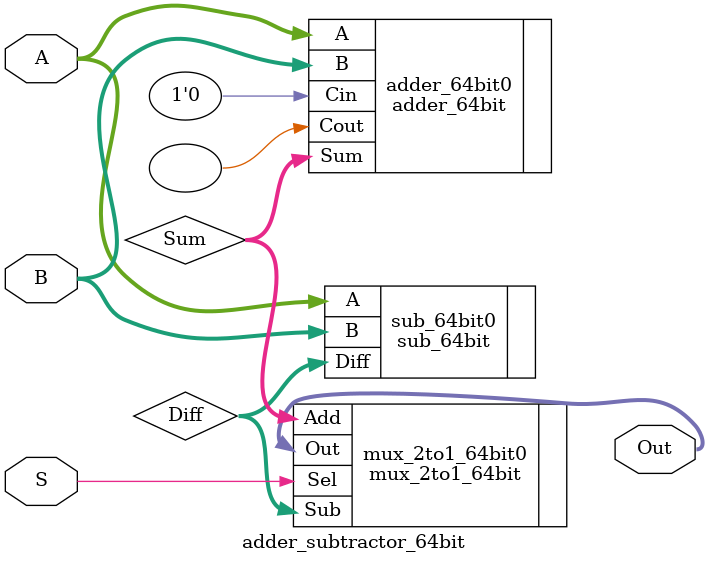
<source format=v>
`include "mux-2to1-64bit.v"
`include "decoder.v"

`include "adder.v"
`include "adder-8bit.v"
`include "adder-64bit.v"

`include "sub-64bit.v"



module adder_subtractor_64bit(A, B, S, Out);

input [63:0] A, B; // inputs, A and B
input S; // selection bit, 0 = Addition, 1 = subtraction
output [63:0] Out;

wire [63:0] Sum, Diff;


adder_64bit adder_64bit0(.A(A), .B(B), .Cin(1'b0), .Sum(Sum), .Cout());
sub_64bit sub_64bit0(.A(A), .B(B), .Diff(Diff));
mux_2to1_64bit mux_2to1_64bit0(.Add(Sum), .Sub(Diff), .Sel(S), .Out(Out));



endmodule
</source>
